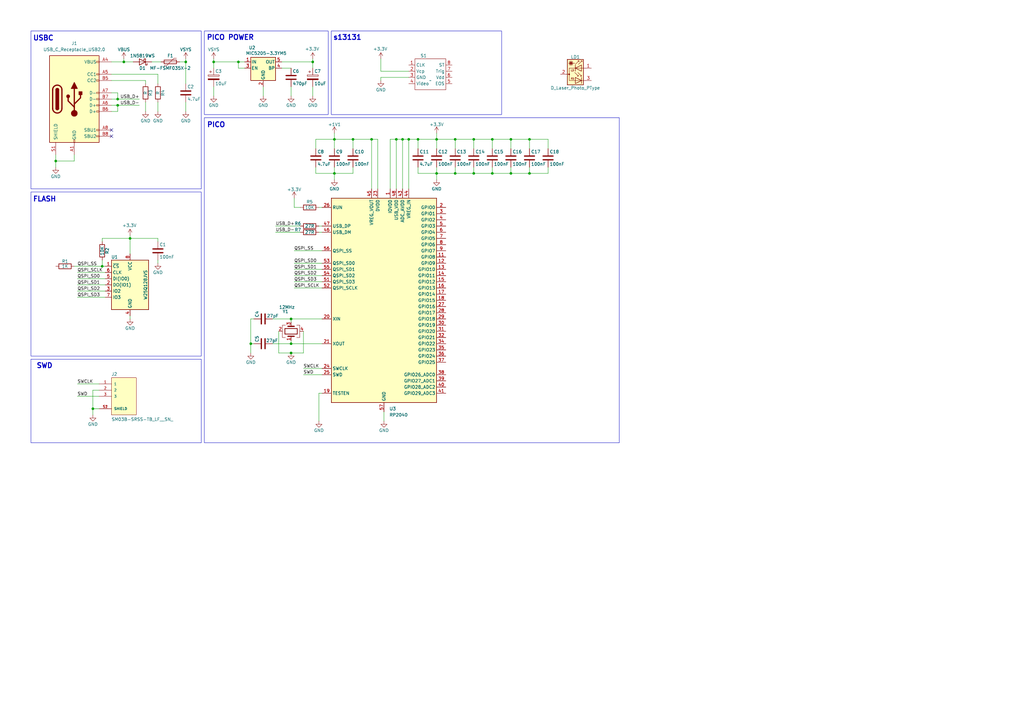
<source format=kicad_sch>
(kicad_sch (version 20230819) (generator eeschema)
  (paper "A3")
  (lib_symbols
    (symbol "FWS:+1V1" (power) (pin_names (offset 0))
      (property "Value" "+1V1" (at 0 3.556 0))
      (symbol "+1V1_0_1"
        (polyline (pts (xy -0.762 1.27) (xy 0 2.54)))
        (polyline (pts (xy 0 0) (xy 0 2.54)))
        (polyline (pts (xy 0 2.54) (xy 0.762 1.27)))
      )
      (symbol "+1V1_1_1"
        (pin power_in line (at 0 0 90) (length 0) hide (name "+1V1") (number "1"))
      )
    )
    (symbol "FWS:+3.3V" (power) (pin_names (offset 0))
      (property "Value" "+3.3V" (at 0 3.556 0))
      (symbol "+3.3V_0_1"
        (polyline (pts (xy -0.762 1.27) (xy 0 2.54)))
        (polyline (pts (xy 0 0) (xy 0 2.54)))
        (polyline (pts (xy 0 2.54) (xy 0.762 1.27)))
      )
      (symbol "+3.3V_1_1"
        (pin power_in line (at 0 0 90) (length 0) hide (name "+3.3V") (number "1"))
      )
    )
    (symbol "FWS:1N5819WS" (pin_numbers hide) (pin_names (offset 1.016) hide)
      (property "Reference" "D" (at 0 2.54 0))
      (property "Value" "1N5819WS" (at 0 -2.54 0))
      (symbol "1N5819WS_0_1"
        (polyline (pts (xy 1.27 0) (xy -1.27 0)))
        (polyline (pts (xy 1.27 1.27) (xy 1.27 -1.27) (xy -1.27 0) (xy 1.27 1.27)) (stroke (width 0.254)))
        (polyline (pts (xy -1.905 0.635) (xy -1.905 1.27) (xy -1.27 1.27) (xy -1.27 -1.27) (xy -0.635 -1.27) (xy -0.635 -0.635)) (stroke (width 0.254)))
      )
      (symbol "1N5819WS_1_1"
        (pin passive line (at -3.81 0 0) (length 2.54) (name "K") (number "1"))
        (pin passive line (at 3.81 0 180) (length 2.54) (name "A") (number "2"))
      )
    )
    (symbol "FWS:C" (pin_numbers hide) (pin_names (offset 0.254))
      (property "Reference" "C" (at 0.635 2.54 0))
      (property "Value" "C" (at 0.635 -2.54 0))
      (symbol "C_0_1"
        (polyline (pts (xy -2.032 -0.762) (xy 2.032 -0.762)) (stroke (width 0.508)))
        (polyline (pts (xy -2.032 0.762) (xy 2.032 0.762)) (stroke (width 0.508)))
      )
      (symbol "C_1_1"
        (pin passive line (at 0 3.81 270) (length 2.794) (name "~") (number "1"))
        (pin passive line (at 0 -3.81 90) (length 2.794) (name "~") (number "2"))
      )
    )
    (symbol "FWS:C_Polarized" (pin_numbers hide) (pin_names (offset 0.254))
      (property "Reference" "C" (at 0.635 2.54 0))
      (property "Value" "C_Polarized" (at 0.635 -2.54 0))
      (symbol "C_Polarized_0_1"
        (rectangle (start -2.286 0.508) (end 2.286 1.016))
        (polyline (pts (xy -1.778 2.286) (xy -0.762 2.286)))
        (polyline (pts (xy -1.27 2.794) (xy -1.27 1.778)))
        (rectangle (start 2.286 -0.508) (end -2.286 -1.016) (fill (type outline)))
      )
      (symbol "C_Polarized_1_1"
        (pin passive line (at 0 3.81 270) (length 2.794) (name "~") (number "1"))
        (pin passive line (at 0 -3.81 90) (length 2.794) (name "~") (number "2"))
      )
    )
    (symbol "FWS:Crystal_GND24" (pin_names (offset 1.016) hide)
      (property "Reference" "Y" (at 3.175 5.08 0))
      (property "Value" "Crystal_GND24" (at 3.175 3.175 0))
      (symbol "Crystal_GND24_0_1"
        (rectangle (start -1.143 2.54) (end 1.143 -2.54) (stroke (width 0.3048)))
        (polyline (pts (xy -2.54 0) (xy -2.032 0)))
        (polyline (pts (xy -2.032 -1.27) (xy -2.032 1.27)) (stroke (width 0.508)))
        (polyline (pts (xy 0 -3.81) (xy 0 -3.556)))
        (polyline (pts (xy 0 3.556) (xy 0 3.81)))
        (polyline (pts (xy 2.032 -1.27) (xy 2.032 1.27)) (stroke (width 0.508)))
        (polyline (pts (xy 2.032 0) (xy 2.54 0)))
        (polyline (pts (xy -2.54 -2.286) (xy -2.54 -3.556) (xy 2.54 -3.556) (xy 2.54 -2.286)))
        (polyline (pts (xy -2.54 2.286) (xy -2.54 3.556) (xy 2.54 3.556) (xy 2.54 2.286)))
      )
      (symbol "Crystal_GND24_1_1"
        (pin passive line (at -3.81 0 0) (length 1.27) (name "1") (number "1"))
        (pin passive line (at 0 5.08 270) (length 1.27) (name "2") (number "2"))
        (pin passive line (at 3.81 0 180) (length 1.27) (name "3") (number "3"))
        (pin passive line (at 0 -5.08 90) (length 1.27) (name "4") (number "4"))
      )
    )
    (symbol "FWS:D_Laser_Photo_PType" (pin_names hide)
      (property "Reference" "LD" (at 1.016 7.112 0))
      (property "Value" "D_Laser_Photo_PType" (at 1.016 -5.588 0))
      (symbol "D_Laser_Photo_PType_0_1"
        (circle (center -1.524 0) (radius 0.254) (fill (type outline)))
        (arc (start -0.508 -1.778) (mid -0.3302 -1.6002) (end -0.508 -1.397))
        (arc (start 0 -2.159) (mid 0.3794 -1.778) (end 0 -1.397))
        (polyline (pts (xy -2.54 0) (xy -1.524 0)))
        (polyline (pts (xy -1.524 3.81) (xy 0 5.334)))
        (polyline (pts (xy -1.524 4.318) (xy 0 4.826)))
        (polyline (pts (xy -1.524 4.826) (xy 0 4.318)))
        (polyline (pts (xy -1.524 5.334) (xy 0 3.81)))
        (polyline (pts (xy -1.016 5.334) (xy -0.508 3.81)))
        (polyline (pts (xy -0.762 4.572) (xy -0.762 3.556)))
        (polyline (pts (xy -0.762 4.572) (xy -0.762 5.588)))
        (polyline (pts (xy -0.635 -1.397) (xy -0.635 -2.159)))
        (polyline (pts (xy -0.508 5.334) (xy -1.016 3.81)))
        (polyline (pts (xy 0 -1.397) (xy 0 -2.159)))
        (polyline (pts (xy 0 2.032) (xy 0 1.27)))
        (polyline (pts (xy 0.762 4.572) (xy -1.778 4.572)))
        (polyline (pts (xy 1.016 3.81) (xy 1.016 1.27)) (stroke (width 0.2032)))
        (polyline (pts (xy 3.556 -1.27) (xy 3.556 -3.81)) (stroke (width 0.2032)))
        (polyline (pts (xy 3.556 -0.762) (xy 3.048 -0.762)))
        (polyline (pts (xy 3.81 5.588) (xy 3.302 5.588)))
        (polyline (pts (xy -0.635 2.032) (xy -0.635 1.27) (xy -0.254 1.27)))
        (polyline (pts (xy 2.032 0.762) (xy 3.556 -0.762) (xy 3.556 -0.254)))
        (polyline (pts (xy 2.286 4.064) (xy 3.81 5.588) (xy 3.81 5.08)))
        (polyline (pts (xy 1.016 -1.27) (xy 1.016 -3.81) (xy 3.556 -2.54) (xy 1.016 -1.27)) (stroke (width 0.2032)))
        (polyline (pts (xy 3.556 3.81) (xy 3.556 1.27) (xy 1.016 2.54) (xy 3.556 3.81)) (stroke (width 0.2032)))
        (polyline (pts (xy 5.08 2.54) (xy -1.524 2.54) (xy -1.524 -2.54) (xy 5.08 -2.54)))
        (polyline (pts (xy 0.762 0.762) (xy 2.286 -0.762) (xy 2.286 -0.254) (xy 2.286 -0.762) (xy 1.778 -0.762)))
        (polyline (pts (xy 1.016 4.064) (xy 2.54 5.588) (xy 2.54 5.08) (xy 2.54 5.588) (xy 2.032 5.588)))
        (arc (start 0 1.27) (mid 0.3794 1.651) (end 0 2.032))
        (rectangle (start 4.318 6.096) (end -2.286 -4.318) (stroke (width 0.254)) (fill (type background)))
      )
      (symbol "D_Laser_Photo_PType_1_1"
        (pin passive line (at 7.62 2.54 180) (length 2.54) (name "~") (number "1"))
        (pin passive line (at -5.08 0 0) (length 2.54) (name "~") (number "2"))
        (pin passive line (at 7.62 -2.54 180) (length 2.54) (name "~") (number "3"))
      )
    )
    (symbol "FWS:GND" (power) (pin_names (offset 0))
      (property "Value" "GND" (at 0 -3.81 0))
      (symbol "GND_0_1"
        (polyline (pts (xy 0 0) (xy 0 -1.27) (xy 1.27 -1.27) (xy 0 -2.54) (xy -1.27 -1.27) (xy 0 -1.27)))
      )
      (symbol "GND_1_1"
        (pin power_in line (at 0 0 270) (length 0) hide (name "GND") (number "1"))
      )
    )
    (symbol "FWS:MIC5205-3.3YM5" (pin_names (offset 0.254))
      (property "Reference" "U" (at -3.81 5.715 0))
      (property "Value" "MIC5205-3.3YM5" (at 0 5.715 0))
      (symbol "MIC5205-3.3YM5_0_1"
        (rectangle (start -5.08 4.445) (end 5.08 -5.08) (stroke (width 0.254)) (fill (type background)))
      )
      (symbol "MIC5205-3.3YM5_1_1"
        (pin power_in line (at -7.62 2.54 0) (length 2.54) (name "IN") (number "1"))
        (pin power_in line (at 0 -7.62 90) (length 2.54) (name "GND") (number "2"))
        (pin input line (at -7.62 0 0) (length 2.54) (name "EN") (number "3"))
        (pin input line (at 7.62 0 180) (length 2.54) (name "BP") (number "4"))
        (pin power_out line (at 7.62 2.54 180) (length 2.54) (name "OUT") (number "5"))
      )
    )
    (symbol "FWS:Polyfuse" (pin_numbers hide) (pin_names (offset 0))
      (property "Reference" "F" (at -2.54 0 90))
      (property "Value" "Polyfuse" (at 2.54 0 90))
      (symbol "Polyfuse_0_1"
        (rectangle (start -0.762 2.54) (end 0.762 -2.54) (stroke (width 0.254)))
        (polyline (pts (xy 0 2.54) (xy 0 -2.54)))
        (polyline (pts (xy -1.524 2.54) (xy -1.524 1.524) (xy 1.524 -1.524) (xy 1.524 -2.54)))
      )
      (symbol "Polyfuse_1_1"
        (pin passive line (at 0 3.81 270) (length 1.27) (name "~") (number "1"))
        (pin passive line (at 0 -3.81 90) (length 1.27) (name "~") (number "2"))
      )
    )
    (symbol "FWS:R" (pin_numbers hide) (pin_names (offset 0))
      (property "Reference" "R" (at 2.032 0 90))
      (property "Value" "R" (at 0 0 90))
      (symbol "R_0_1"
        (rectangle (start -1.016 -2.54) (end 1.016 2.54) (stroke (width 0.254)))
      )
      (symbol "R_1_1"
        (pin passive line (at 0 3.81 270) (length 1.27) (name "~") (number "1"))
        (pin passive line (at 0 -3.81 90) (length 1.27) (name "~") (number "2"))
      )
    )
    (symbol "FWS:RP2040"
      (property "Reference" "U" (at 17.78 45.72 0))
      (property "Value" "RP2040" (at 17.78 43.18 0))
      (symbol "RP2040_0_1"
        (rectangle (start -21.59 41.91) (end 21.59 -41.91) (stroke (width 0.254)) (fill (type background)))
      )
      (symbol "RP2040_1_1"
        (pin power_in line (at 2.54 45.72 270) (length 3.81) (name "IOVDD") (number "1"))
        (pin passive line (at 2.54 45.72 270) (length 3.81) hide (name "IOVDD") (number "10"))
        (pin bidirectional line (at 25.4 17.78 180) (length 3.81) (name "GPIO8") (number "11"))
        (pin bidirectional line (at 25.4 15.24 180) (length 3.81) (name "GPIO9") (number "12"))
        (pin bidirectional line (at 25.4 12.7 180) (length 3.81) (name "GPIO10") (number "13"))
        (pin bidirectional line (at 25.4 10.16 180) (length 3.81) (name "GPIO11") (number "14"))
        (pin bidirectional line (at 25.4 7.62 180) (length 3.81) (name "GPIO12") (number "15"))
        (pin bidirectional line (at 25.4 5.08 180) (length 3.81) (name "GPIO13") (number "16"))
        (pin bidirectional line (at 25.4 2.54 180) (length 3.81) (name "GPIO14") (number "17"))
        (pin bidirectional line (at 25.4 0 180) (length 3.81) (name "GPIO15") (number "18"))
        (pin input line (at -25.4 -38.1 0) (length 3.81) (name "TESTEN") (number "19"))
        (pin bidirectional line (at 25.4 38.1 180) (length 3.81) (name "GPIO0") (number "2"))
        (pin input line (at -25.4 -7.62 0) (length 3.81) (name "XIN") (number "20"))
        (pin passive line (at -25.4 -17.78 0) (length 3.81) (name "XOUT") (number "21"))
        (pin passive line (at 2.54 45.72 270) (length 3.81) hide (name "IOVDD") (number "22"))
        (pin power_in line (at -2.54 45.72 270) (length 3.81) (name "DVDD") (number "23"))
        (pin input line (at -25.4 -27.94 0) (length 3.81) (name "SWCLK") (number "24"))
        (pin bidirectional line (at -25.4 -30.48 0) (length 3.81) (name "SWD") (number "25"))
        (pin input line (at -25.4 38.1 0) (length 3.81) (name "RUN") (number "26"))
        (pin bidirectional line (at 25.4 -2.54 180) (length 3.81) (name "GPIO16") (number "27"))
        (pin bidirectional line (at 25.4 -5.08 180) (length 3.81) (name "GPIO17") (number "28"))
        (pin bidirectional line (at 25.4 -7.62 180) (length 3.81) (name "GPIO18") (number "29"))
        (pin bidirectional line (at 25.4 35.56 180) (length 3.81) (name "GPIO1") (number "3"))
        (pin bidirectional line (at 25.4 -10.16 180) (length 3.81) (name "GPIO19") (number "30"))
        (pin bidirectional line (at 25.4 -12.7 180) (length 3.81) (name "GPIO20") (number "31"))
        (pin bidirectional line (at 25.4 -15.24 180) (length 3.81) (name "GPIO21") (number "32"))
        (pin passive line (at 2.54 45.72 270) (length 3.81) hide (name "IOVDD") (number "33"))
        (pin bidirectional line (at 25.4 -17.78 180) (length 3.81) (name "GPIO22") (number "34"))
        (pin bidirectional line (at 25.4 -20.32 180) (length 3.81) (name "GPIO23") (number "35"))
        (pin bidirectional line (at 25.4 -22.86 180) (length 3.81) (name "GPIO24") (number "36"))
        (pin bidirectional line (at 25.4 -25.4 180) (length 3.81) (name "GPIO25") (number "37"))
        (pin bidirectional line (at 25.4 -30.48 180) (length 3.81) (name "GPIO26_ADC0") (number "38"))
        (pin bidirectional line (at 25.4 -33.02 180) (length 3.81) (name "GPIO27_ADC1") (number "39"))
        (pin bidirectional line (at 25.4 33.02 180) (length 3.81) (name "GPIO2") (number "4"))
        (pin bidirectional line (at 25.4 -35.56 180) (length 3.81) (name "GPIO28_ADC2") (number "40"))
        (pin bidirectional line (at 25.4 -38.1 180) (length 3.81) (name "GPIO29_ADC3") (number "41"))
        (pin passive line (at 2.54 45.72 270) (length 3.81) hide (name "IOVDD") (number "42"))
        (pin power_in line (at 7.62 45.72 270) (length 3.81) (name "ADC_AVDD") (number "43"))
        (pin power_in line (at 10.16 45.72 270) (length 3.81) (name "VREG_IN") (number "44"))
        (pin power_out line (at -5.08 45.72 270) (length 3.81) (name "VREG_VOUT") (number "45"))
        (pin bidirectional line (at -25.4 27.94 0) (length 3.81) (name "USB_DM") (number "46"))
        (pin bidirectional line (at -25.4 30.48 0) (length 3.81) (name "USB_DP") (number "47"))
        (pin power_in line (at 5.08 45.72 270) (length 3.81) (name "USB_VDD") (number "48"))
        (pin passive line (at 2.54 45.72 270) (length 3.81) hide (name "IOVDD") (number "49"))
        (pin bidirectional line (at 25.4 30.48 180) (length 3.81) (name "GPIO3") (number "5"))
        (pin passive line (at -2.54 45.72 270) (length 3.81) hide (name "DVDD") (number "50"))
        (pin bidirectional line (at -25.4 7.62 0) (length 3.81) (name "QSPI_SD3") (number "51"))
        (pin output line (at -25.4 5.08 0) (length 3.81) (name "QSPI_SCLK") (number "52"))
        (pin bidirectional line (at -25.4 15.24 0) (length 3.81) (name "QSPI_SD0") (number "53"))
        (pin bidirectional line (at -25.4 10.16 0) (length 3.81) (name "QSPI_SD2") (number "54"))
        (pin bidirectional line (at -25.4 12.7 0) (length 3.81) (name "QSPI_SD1") (number "55"))
        (pin bidirectional line (at -25.4 20.32 0) (length 3.81) (name "QSPI_SS") (number "56"))
        (pin power_in line (at 0 -45.72 90) (length 3.81) (name "GND") (number "57"))
        (pin bidirectional line (at 25.4 27.94 180) (length 3.81) (name "GPIO4") (number "6"))
        (pin bidirectional line (at 25.4 25.4 180) (length 3.81) (name "GPIO5") (number "7"))
        (pin bidirectional line (at 25.4 22.86 180) (length 3.81) (name "GPIO6") (number "8"))
        (pin bidirectional line (at 25.4 20.32 180) (length 3.81) (name "GPIO7") (number "9"))
      )
    )
    (symbol "FWS:S13131"
      (property "Reference" "S13131" (at -2.794 7.62 0))
      (symbol "S13131_0_1"
        (rectangle (start -6.35 6.35) (end 6.35 -6.35))
      )
      (symbol "S13131_1_1"
        (pin input line (at -8.89 3.81 0) (length 2.54) (name "CLK") (number "1"))
        (pin power_out line (at -8.89 1.27 0) (length 2.54) (name "Vcp") (number "2"))
        (pin power_in line (at -8.89 -1.27 0) (length 2.54) (name "GND") (number "3"))
        (pin output line (at -8.89 -3.81 0) (length 2.54) (name "Video") (number "4"))
        (pin output line (at 8.89 -3.81 180) (length 2.54) (name "EOS") (number "5"))
        (pin power_in line (at 8.89 -1.27 180) (length 2.54) (name "Vdd") (number "6"))
        (pin output line (at 8.89 1.27 180) (length 2.54) (name "Trig") (number "7"))
        (pin input line (at 8.89 3.81 180) (length 2.54) (name "ST") (number "8"))
      )
    )
    (symbol "FWS:SM03B-SRSS-TB_LF__SN_" (pin_names (offset 1.016))
      (property "Reference" "J" (at -5.08 8.382 0))
      (property "Value" "SM03B-SRSS-TB_LF__SN_" (at -5.08 -10.16 0))
      (symbol "SM03B-SRSS-TB_LF__SN__0_0"
        (rectangle (start -5.08 -7.62) (end 5.08 7.62) (stroke (width 0.1524)) (fill (type background)))
        (pin passive line (at -10.16 5.08 0) (length 5.08) (name "1") (number "1"))
        (pin passive line (at -10.16 2.54 0) (length 5.08) (name "2") (number "2"))
        (pin passive line (at -10.16 0 0) (length 5.08) (name "3") (number "3"))
        (pin passive line (at -10.16 -5.08 0) (length 5.08) (name "SHIELD") (number "S1"))
        (pin passive line (at -10.16 -5.08 0) (length 5.08) (name "SHIELD") (number "S2"))
      )
    )
    (symbol "FWS:USB_C_Receptacle_USB2.0" (pin_names (offset 1.016))
      (property "Reference" "J" (at -10.16 19.05 0))
      (property "Value" "USB_C_Receptacle_USB2.0" (at 19.05 19.05 0))
      (symbol "USB_C_Receptacle_USB2.0_0_0"
        (rectangle (start -0.254 -17.78) (end 0.254 -16.764))
        (rectangle (start 10.16 -14.986) (end 9.144 -15.494))
        (rectangle (start 10.16 -12.446) (end 9.144 -12.954))
        (rectangle (start 10.16 -4.826) (end 9.144 -5.334))
        (rectangle (start 10.16 -2.286) (end 9.144 -2.794))
        (rectangle (start 10.16 0.254) (end 9.144 -0.254))
        (rectangle (start 10.16 2.794) (end 9.144 2.286))
        (rectangle (start 10.16 7.874) (end 9.144 7.366))
        (rectangle (start 10.16 10.414) (end 9.144 9.906))
        (rectangle (start 10.16 15.494) (end 9.144 14.986))
      )
      (symbol "USB_C_Receptacle_USB2.0_0_1"
        (rectangle (start -10.16 17.78) (end 10.16 -17.78) (stroke (width 0.254)) (fill (type background)))
        (arc (start -8.89 -3.81) (mid -6.985 -5.7067) (end -5.08 -3.81) (stroke (width 0.508)))
        (arc (start -7.62 -3.81) (mid -6.985 -4.4423) (end -6.35 -3.81) (stroke (width 0.254)))
        (arc (start -7.62 -3.81) (mid -6.985 -4.4423) (end -6.35 -3.81) (stroke (width 0.254)) (fill (type outline)))
        (rectangle (start -7.62 -3.81) (end -6.35 3.81) (stroke (width 0.254)) (fill (type outline)))
        (arc (start -6.35 3.81) (mid -6.985 4.4423) (end -7.62 3.81) (stroke (width 0.254)))
        (arc (start -6.35 3.81) (mid -6.985 4.4423) (end -7.62 3.81) (stroke (width 0.254)) (fill (type outline)))
        (arc (start -5.08 3.81) (mid -6.985 5.7067) (end -8.89 3.81) (stroke (width 0.508)))
        (circle (center -2.54 1.143) (radius 0.635) (stroke (width 0.254)) (fill (type outline)))
        (circle (center 0 -5.842) (radius 1.27) (fill (type outline)))
        (polyline (pts (xy -8.89 -3.81) (xy -8.89 3.81)) (stroke (width 0.508)))
        (polyline (pts (xy -5.08 3.81) (xy -5.08 -3.81)) (stroke (width 0.508)))
        (polyline (pts (xy 0 -5.842) (xy 0 4.318)) (stroke (width 0.508)))
        (polyline (pts (xy 0 -3.302) (xy -2.54 -0.762) (xy -2.54 0.508)) (stroke (width 0.508)))
        (polyline (pts (xy 0 -2.032) (xy 2.54 0.508) (xy 2.54 1.778)) (stroke (width 0.508)))
        (polyline (pts (xy -1.27 4.318) (xy 0 6.858) (xy 1.27 4.318) (xy -1.27 4.318)) (stroke (width 0.254)) (fill (type outline)))
        (rectangle (start 1.905 1.778) (end 3.175 3.048) (stroke (width 0.254)) (fill (type outline)))
      )
      (symbol "USB_C_Receptacle_USB2.0_1_1"
        (pin passive line (at 0 -22.86 90) (length 5.08) (name "GND") (number "A1"))
        (pin passive line (at 0 -22.86 90) (length 5.08) hide (name "GND") (number "A12"))
        (pin passive line (at 15.24 15.24 180) (length 5.08) (name "VBUS") (number "A4"))
        (pin bidirectional line (at 15.24 10.16 180) (length 5.08) (name "CC1") (number "A5"))
        (pin bidirectional line (at 15.24 -2.54 180) (length 5.08) (name "D+") (number "A6"))
        (pin bidirectional line (at 15.24 2.54 180) (length 5.08) (name "D-") (number "A7"))
        (pin bidirectional line (at 15.24 -12.7 180) (length 5.08) (name "SBU1") (number "A8"))
        (pin passive line (at 15.24 15.24 180) (length 5.08) hide (name "VBUS") (number "A9"))
        (pin passive line (at 0 -22.86 90) (length 5.08) hide (name "GND") (number "B1"))
        (pin passive line (at 0 -22.86 90) (length 5.08) hide (name "GND") (number "B12"))
        (pin passive line (at 15.24 15.24 180) (length 5.08) hide (name "VBUS") (number "B4"))
        (pin bidirectional line (at 15.24 7.62 180) (length 5.08) (name "CC2") (number "B5"))
        (pin bidirectional line (at 15.24 -5.08 180) (length 5.08) (name "D+") (number "B6"))
        (pin bidirectional line (at 15.24 0 180) (length 5.08) (name "D-") (number "B7"))
        (pin bidirectional line (at 15.24 -15.24 180) (length 5.08) (name "SBU2") (number "B8"))
        (pin passive line (at 15.24 15.24 180) (length 5.08) hide (name "VBUS") (number "B9"))
        (pin passive line (at -7.62 -22.86 90) (length 5.08) (name "SHIELD") (number "S1"))
      )
    )
    (symbol "FWS:VBUS" (power) (pin_names (offset 0))
      (property "Value" "VBUS" (at 0 3.81 0))
      (symbol "VBUS_0_1"
        (polyline (pts (xy -0.762 1.27) (xy 0 2.54)))
        (polyline (pts (xy 0 0) (xy 0 2.54)))
        (polyline (pts (xy 0 2.54) (xy 0.762 1.27)))
      )
      (symbol "VBUS_1_1"
        (pin power_in line (at 0 0 90) (length 0) hide (name "VBUS") (number "1"))
      )
    )
    (symbol "FWS:VSYS" (power) (pin_names (offset 0))
      (property "Value" "VSYS" (at 0 3.81 0))
      (symbol "VSYS_0_1"
        (polyline (pts (xy -0.762 1.27) (xy 0 2.54)))
        (polyline (pts (xy 0 0) (xy 0 2.54)))
        (polyline (pts (xy 0 2.54) (xy 0.762 1.27)))
      )
      (symbol "VSYS_1_1"
        (pin power_in line (at 0 0 90) (length 0) hide (name "VBUS") (number "1"))
      )
    )
    (symbol "FWS:W25Q128JVS"
      (property "Reference" "U" (at -8.89 8.89 0))
      (property "Value" "W25Q128JVS" (at 7.62 8.89 0))
      (symbol "W25Q128JVS_0_1"
        (rectangle (start -7.62 10.16) (end 7.62 -10.16) (stroke (width 0.254)) (fill (type background)))
      )
      (symbol "W25Q128JVS_1_1"
        (pin input line (at -10.16 7.62 0) (length 2.54) (name "~{CS}") (number "1"))
        (pin bidirectional line (at -10.16 0 0) (length 2.54) (name "DO(IO1)") (number "2"))
        (pin bidirectional line (at -10.16 -2.54 0) (length 2.54) (name "IO2") (number "3"))
        (pin power_in line (at 0 -12.7 90) (length 2.54) (name "GND") (number "4"))
        (pin bidirectional line (at -10.16 2.54 0) (length 2.54) (name "DI(IO0)") (number "5"))
        (pin input line (at -10.16 5.08 0) (length 2.54) (name "CLK") (number "6"))
        (pin bidirectional line (at -10.16 -5.08 0) (length 2.54) (name "IO3") (number "7"))
        (pin power_in line (at 0 12.7 270) (length 2.54) (name "VCC") (number "8"))
      )
    )
  )
  (junction (at 144.78 57.15))
  (junction (at 167.64 57.15))
  (junction (at 53.34 97.79))
  (junction (at 41.91 109.22))
  (junction (at 201.93 71.12))
  (junction (at 137.16 57.15))
  (junction (at 22.86 66.04))
  (junction (at 171.45 57.15))
  (junction (at 179.07 57.15))
  (junction (at 165.1 57.15))
  (junction (at 137.16 71.12))
  (junction (at 119.38 130.81))
  (junction (at 48.26 43.18))
  (junction (at 194.31 57.15))
  (junction (at 201.93 57.15))
  (junction (at 76.2 25.4))
  (junction (at 209.55 71.12))
  (junction (at 152.4 57.15))
  (junction (at 38.1 167.64))
  (junction (at 87.63 25.4))
  (junction (at 97.79 25.4))
  (junction (at 217.17 71.12))
  (junction (at 194.31 71.12))
  (junction (at 186.69 71.12))
  (junction (at 119.38 144.78))
  (junction (at 209.55 57.15))
  (junction (at 162.56 57.15))
  (junction (at 48.26 40.64))
  (junction (at 128.27 25.4))
  (junction (at 186.69 57.15))
  (junction (at 179.07 71.12))
  (junction (at 50.8 25.4))
  (junction (at 217.17 57.15))
  (junction (at 119.38 140.97))
  (junction (at 102.87 140.97))
  (no_connect (at 45.72 55.88))
  (no_connect (at 45.72 53.34))
  (wire (pts (xy 171.45 71.12) (xy 179.07 71.12)))
  (wire (pts (xy 64.77 30.48) (xy 45.72 30.48)))
  (wire (pts (xy 48.26 38.1) (xy 48.26 40.64)))
  (wire (pts (xy 167.64 77.47) (xy 167.64 57.15)))
  (wire (pts (xy 64.77 34.29) (xy 64.77 30.48)))
  (wire (pts (xy 186.69 57.15) (xy 194.31 57.15)))
  (wire (pts (xy 167.64 57.15) (xy 171.45 57.15)))
  (wire (pts (xy 45.72 43.18) (xy 48.26 43.18)))
  (wire (pts (xy 59.69 33.02) (xy 59.69 34.29)))
  (wire (pts (xy 194.31 68.58) (xy 194.31 71.12)))
  (wire (pts (xy 217.17 71.12) (xy 224.79 71.12)))
  (wire (pts (xy 128.27 35.56) (xy 128.27 39.37)))
  (wire (pts (xy 144.78 57.15) (xy 152.4 57.15)))
  (wire (pts (xy 114.3 144.78) (xy 119.38 144.78)))
  (wire (pts (xy 102.87 140.97) (xy 102.87 144.78)))
  (wire (pts (xy 124.46 153.67) (xy 132.08 153.67)))
  (wire (pts (xy 107.95 35.56) (xy 107.95 39.37)))
  (wire (pts (xy 64.77 97.79) (xy 53.34 97.79)))
  (wire (pts (xy 30.48 109.22) (xy 41.91 109.22)))
  (wire (pts (xy 137.16 71.12) (xy 137.16 73.66)))
  (wire (pts (xy 119.38 35.56) (xy 119.38 39.37)))
  (wire (pts (xy 132.08 130.81) (xy 119.38 130.81)))
  (wire (pts (xy 179.07 68.58) (xy 179.07 71.12)))
  (wire (pts (xy 120.65 81.28) (xy 120.65 85.09)))
  (wire (pts (xy 128.27 24.13) (xy 128.27 25.4)))
  (wire (pts (xy 115.57 25.4) (xy 128.27 25.4)))
  (wire (pts (xy 113.03 92.71) (xy 123.19 92.71)))
  (wire (pts (xy 144.78 57.15) (xy 144.78 60.96)))
  (wire (pts (xy 102.87 130.81) (xy 102.87 140.97)))
  (wire (pts (xy 120.65 107.95) (xy 132.08 107.95)))
  (wire (pts (xy 119.38 130.81) (xy 119.38 132.08)))
  (wire (pts (xy 201.93 68.58) (xy 201.93 71.12)))
  (wire (pts (xy 129.54 71.12) (xy 137.16 71.12)))
  (wire (pts (xy 31.75 121.92) (xy 43.18 121.92)))
  (wire (pts (xy 179.07 71.12) (xy 179.07 73.66)))
  (wire (pts (xy 128.27 25.4) (xy 128.27 27.94)))
  (wire (pts (xy 179.07 71.12) (xy 186.69 71.12)))
  (wire (pts (xy 41.91 109.22) (xy 43.18 109.22)))
  (wire (pts (xy 194.31 71.12) (xy 201.93 71.12)))
  (wire (pts (xy 113.03 95.25) (xy 123.19 95.25)))
  (wire (pts (xy 201.93 57.15) (xy 209.55 57.15)))
  (wire (pts (xy 114.3 135.89) (xy 114.3 144.78)))
  (wire (pts (xy 64.77 106.68) (xy 64.77 107.95)))
  (wire (pts (xy 120.65 102.87) (xy 132.08 102.87)))
  (wire (pts (xy 165.1 57.15) (xy 162.56 57.15)))
  (wire (pts (xy 130.81 161.29) (xy 132.08 161.29)))
  (wire (pts (xy 73.66 25.4) (xy 76.2 25.4)))
  (wire (pts (xy 76.2 41.91) (xy 76.2 45.72)))
  (wire (pts (xy 38.1 160.02) (xy 38.1 167.64)))
  (wire (pts (xy 30.48 66.04) (xy 22.86 66.04)))
  (wire (pts (xy 224.79 57.15) (xy 224.79 60.96)))
  (wire (pts (xy 111.76 140.97) (xy 119.38 140.97)))
  (wire (pts (xy 120.65 118.11) (xy 132.08 118.11)))
  (wire (pts (xy 156.21 31.75) (xy 167.64 31.75)))
  (wire (pts (xy 217.17 68.58) (xy 217.17 71.12)))
  (wire (pts (xy 186.69 68.58) (xy 186.69 71.12)))
  (wire (pts (xy 201.93 71.12) (xy 209.55 71.12)))
  (wire (pts (xy 59.69 41.91) (xy 59.69 45.72)))
  (wire (pts (xy 45.72 38.1) (xy 48.26 38.1)))
  (wire (pts (xy 154.94 77.47) (xy 154.94 57.15)))
  (wire (pts (xy 31.75 162.56) (xy 40.64 162.56)))
  (wire (pts (xy 156.21 24.13) (xy 156.21 29.21)))
  (wire (pts (xy 120.65 85.09) (xy 123.19 85.09)))
  (wire (pts (xy 50.8 24.13) (xy 50.8 25.4)))
  (wire (pts (xy 31.75 116.84) (xy 43.18 116.84)))
  (wire (pts (xy 120.65 115.57) (xy 132.08 115.57)))
  (wire (pts (xy 38.1 167.64) (xy 38.1 170.18)))
  (wire (pts (xy 119.38 144.78) (xy 124.46 144.78)))
  (wire (pts (xy 179.07 54.61) (xy 179.07 57.15)))
  (wire (pts (xy 160.02 57.15) (xy 160.02 77.47)))
  (wire (pts (xy 104.14 130.81) (xy 102.87 130.81)))
  (wire (pts (xy 87.63 35.56) (xy 87.63 39.37)))
  (wire (pts (xy 124.46 151.13) (xy 132.08 151.13)))
  (wire (pts (xy 45.72 25.4) (xy 50.8 25.4)))
  (wire (pts (xy 129.54 68.58) (xy 129.54 71.12)))
  (wire (pts (xy 171.45 68.58) (xy 171.45 71.12)))
  (wire (pts (xy 31.75 119.38) (xy 43.18 119.38)))
  (wire (pts (xy 76.2 25.4) (xy 76.2 24.13)))
  (wire (pts (xy 87.63 25.4) (xy 97.79 25.4)))
  (wire (pts (xy 62.23 25.4) (xy 66.04 25.4)))
  (wire (pts (xy 64.77 99.06) (xy 64.77 97.79)))
  (wire (pts (xy 137.16 68.58) (xy 137.16 71.12)))
  (wire (pts (xy 22.86 63.5) (xy 22.86 66.04)))
  (wire (pts (xy 120.65 113.03) (xy 132.08 113.03)))
  (wire (pts (xy 130.81 92.71) (xy 132.08 92.71)))
  (wire (pts (xy 48.26 40.64) (xy 45.72 40.64)))
  (wire (pts (xy 31.75 157.48) (xy 40.64 157.48)))
  (wire (pts (xy 41.91 106.68) (xy 41.91 109.22)))
  (wire (pts (xy 129.54 60.96) (xy 129.54 57.15)))
  (wire (pts (xy 209.55 71.12) (xy 217.17 71.12)))
  (wire (pts (xy 130.81 161.29) (xy 130.81 172.72)))
  (wire (pts (xy 129.54 57.15) (xy 137.16 57.15)))
  (wire (pts (xy 76.2 25.4) (xy 76.2 34.29)))
  (wire (pts (xy 45.72 33.02) (xy 59.69 33.02)))
  (wire (pts (xy 209.55 57.15) (xy 209.55 60.96)))
  (wire (pts (xy 156.21 33.02) (xy 156.21 31.75)))
  (wire (pts (xy 38.1 167.64) (xy 40.64 167.64)))
  (wire (pts (xy 137.16 57.15) (xy 137.16 60.96)))
  (wire (pts (xy 186.69 57.15) (xy 186.69 60.96)))
  (wire (pts (xy 130.81 95.25) (xy 132.08 95.25)))
  (wire (pts (xy 31.75 114.3) (xy 43.18 114.3)))
  (wire (pts (xy 41.91 97.79) (xy 41.91 99.06)))
  (wire (pts (xy 53.34 97.79) (xy 53.34 104.14)))
  (wire (pts (xy 41.91 97.79) (xy 53.34 97.79)))
  (wire (pts (xy 53.34 129.54) (xy 53.34 130.81)))
  (wire (pts (xy 144.78 68.58) (xy 144.78 71.12)))
  (wire (pts (xy 48.26 40.64) (xy 57.15 40.64)))
  (wire (pts (xy 217.17 57.15) (xy 224.79 57.15)))
  (wire (pts (xy 40.64 160.02) (xy 38.1 160.02)))
  (wire (pts (xy 87.63 25.4) (xy 87.63 27.94)))
  (wire (pts (xy 186.69 71.12) (xy 194.31 71.12)))
  (wire (pts (xy 64.77 41.91) (xy 64.77 45.72)))
  (wire (pts (xy 209.55 57.15) (xy 217.17 57.15)))
  (wire (pts (xy 119.38 140.97) (xy 119.38 139.7)))
  (wire (pts (xy 48.26 43.18) (xy 48.26 45.72)))
  (wire (pts (xy 162.56 77.47) (xy 162.56 57.15)))
  (wire (pts (xy 194.31 57.15) (xy 201.93 57.15)))
  (wire (pts (xy 209.55 68.58) (xy 209.55 71.12)))
  (wire (pts (xy 171.45 57.15) (xy 179.07 57.15)))
  (wire (pts (xy 124.46 144.78) (xy 124.46 135.89)))
  (wire (pts (xy 22.86 66.04) (xy 22.86 68.58)))
  (wire (pts (xy 165.1 77.47) (xy 165.1 57.15)))
  (wire (pts (xy 97.79 25.4) (xy 100.33 25.4)))
  (wire (pts (xy 156.21 29.21) (xy 167.64 29.21)))
  (wire (pts (xy 217.17 57.15) (xy 217.17 60.96)))
  (wire (pts (xy 132.08 140.97) (xy 119.38 140.97)))
  (wire (pts (xy 171.45 60.96) (xy 171.45 57.15)))
  (wire (pts (xy 137.16 57.15) (xy 144.78 57.15)))
  (wire (pts (xy 30.48 63.5) (xy 30.48 66.04)))
  (wire (pts (xy 154.94 57.15) (xy 152.4 57.15)))
  (wire (pts (xy 179.07 57.15) (xy 179.07 60.96)))
  (wire (pts (xy 87.63 24.13) (xy 87.63 25.4)))
  (wire (pts (xy 48.26 43.18) (xy 57.15 43.18)))
  (wire (pts (xy 50.8 25.4) (xy 54.61 25.4)))
  (wire (pts (xy 97.79 27.94) (xy 97.79 25.4)))
  (wire (pts (xy 157.48 168.91) (xy 157.48 172.72)))
  (wire (pts (xy 115.57 27.94) (xy 119.38 27.94)))
  (wire (pts (xy 224.79 68.58) (xy 224.79 71.12)))
  (wire (pts (xy 31.75 111.76) (xy 43.18 111.76)))
  (wire (pts (xy 152.4 57.15) (xy 152.4 77.47)))
  (wire (pts (xy 48.26 45.72) (xy 45.72 45.72)))
  (wire (pts (xy 130.81 85.09) (xy 132.08 85.09)))
  (wire (pts (xy 194.31 57.15) (xy 194.31 60.96)))
  (wire (pts (xy 100.33 27.94) (xy 97.79 27.94)))
  (wire (pts (xy 53.34 96.52) (xy 53.34 97.79)))
  (wire (pts (xy 111.76 130.81) (xy 119.38 130.81)))
  (wire (pts (xy 179.07 57.15) (xy 186.69 57.15)))
  (wire (pts (xy 120.65 110.49) (xy 132.08 110.49)))
  (wire (pts (xy 162.56 57.15) (xy 160.02 57.15)))
  (wire (pts (xy 167.64 57.15) (xy 165.1 57.15)))
  (wire (pts (xy 201.93 57.15) (xy 201.93 60.96)))
  (wire (pts (xy 144.78 71.12) (xy 137.16 71.12)))
  (wire (pts (xy 137.16 54.61) (xy 137.16 57.15)))
  (wire (pts (xy 102.87 140.97) (xy 104.14 140.97)))
  (rectangle (start 12.7 147.32) (end 82.55 181.61))
  (rectangle (start 83.82 12.7) (end 134.62 46.99))
  (rectangle (start 83.82 48.26) (end 254 181.61))
  (rectangle (start 12.7 78.74) (end 82.55 146.05))
  (rectangle (start 135.89 12.7) (end 205.74 46.99))
  (rectangle (start 12.7 12.7) (end 82.55 77.47))
  (text "s13131" (at 142.494 15.494 0) (effects (font (size 2.032 2.032) (thickness 0.4064) bold)))
  (text "FLASH" (at 18.288 81.788 0) (effects (font (size 2.032 2.032) (thickness 0.4064) bold)))
  (text "PICO" (at 88.646 51.308 0) (effects (font (size 2.032 2.032) (thickness 0.4064) bold)))
  (text "PICO POWER" (at 94.488 15.494 0) (effects (font (size 2.032 2.032) (thickness 0.4064) bold)))
  (text "USBC" (at 17.78 15.748 0) (effects (font (size 2.032 2.032) (thickness 0.4064) bold)))
  (text "SWD" (at 18.288 150.114 0) (effects (font (size 2.032 2.032) (thickness 0.4064) bold)))
  (label "QSPI_SD1" (at 31.75 116.84 0))
  (label "QSPI_SD2" (at 120.65 113.03 0))
  (label "QSPI_SD2" (at 31.75 119.38 0))
  (label "USB_D+" (at 57.15 40.64 180))
  (label "SWCLK" (at 31.75 157.48 0))
  (label "USB_D-" (at 57.15 43.18 180))
  (label "SWCLK" (at 124.46 151.13 0))
  (label "QSPI_SD0" (at 31.75 114.3 0))
  (label "SWD" (at 31.75 162.56 0))
  (label "QSPI_SCLK" (at 120.65 118.11 0))
  (label "USB_D-" (at 113.03 95.25 0))
  (label "QSPI_SD3" (at 31.75 121.92 0))
  (label "QSPI_SD3" (at 120.65 115.57 0))
  (label "USB_D+" (at 113.03 92.71 0))
  (label "SWD" (at 124.46 153.67 0))
  (label "QSPI_SCLK" (at 31.75 111.76 0))
  (label "QSPI_SS" (at 31.75 109.22 0))
  (label "QSPI_SD1" (at 120.65 110.49 0))
  (label "QSPI_SS" (at 120.65 102.87 0))
  (label "QSPI_SD0" (at 120.65 107.95 0))
  (symbol (lib_id "FWS:C") (at 119.38 31.75 0) (unit 1)
    (property "Reference" "C6" (at 120.015 29.21 0) (effects (justify left)))
    (property "Value" "470pF" (at 120.015 34.29 0) (effects (justify left)))
    (property "Footprint" "Capacitor_SMD:C_0603_1608Metric_Pad1.08x0.95mm_HandSolder" (effects hide))
    (property "Description" "Unpolarized capacitor" (effects hide))
  )
  (symbol (lib_id "FWS:GND") (at 76.2 45.72 0) (unit 1)
    (property "Reference" "#PWR010" (effects hide))
    (property "Value" "GND" (at 76.2 49.53 0))
    (property "Description" "Power symbol creates a global label with name \"GND\" , ground" (effects hide))
  )
  (symbol (lib_id "FWS:GND") (at 130.81 172.72 0) (unit 1)
    (property "Reference" "#PWR020" (effects hide))
    (property "Value" "GND" (at 130.81 176.53 0))
    (property "Description" "Power symbol creates a global label with name \"GND\" , ground" (effects hide))
  )
  (symbol (lib_id "FWS:C") (at 186.69 64.77 0) (unit 1)
    (property "Reference" "C13" (at 187.325 62.23 0) (effects (justify left)))
    (property "Value" "100nF" (at 187.325 67.31 0) (effects (justify left)))
    (property "Footprint" "Capacitor_SMD:C_0603_1608Metric_Pad1.08x0.95mm_HandSolder" (effects hide))
    (property "Description" "Unpolarized capacitor" (effects hide))
  )
  (symbol (lib_id "FWS:C") (at 129.54 64.77 0) (unit 1)
    (property "Reference" "C8" (at 130.175 62.23 0) (effects (justify left)))
    (property "Value" "4.7uF" (at 130.175 67.31 0) (effects (justify left)))
    (property "Footprint" "Capacitor_SMD:C_0603_1608Metric_Pad1.08x0.95mm_HandSolder" (effects hide))
    (property "Description" "Unpolarized capacitor" (effects hide))
  )
  (symbol (lib_id "FWS:+3.3V") (at 53.34 96.52 0) (unit 1)
    (property "Reference" "#PWR04" (effects hide))
    (property "Value" "+3.3V" (at 53.086 92.456 0))
    (property "Description" "Power symbol creates a global label with name \"+3.3V\"" (effects hide))
  )
  (symbol (lib_id "FWS:C_Polarized") (at 128.27 31.75 0) (unit 1)
    (property "Reference" "C7" (at 128.905 29.21 0) (effects (justify left)))
    (property "Value" "10uF" (at 128.905 34.29 0) (effects (justify left)))
    (property "Footprint" "Capacitor_SMD:C_0603_1608Metric_Pad1.08x0.95mm_HandSolder" (effects hide))
    (property "Description" "Polarized capacitor" (effects hide))
  )
  (symbol (lib_id "FWS:R") (at 127 92.71 270) (unit 1)
    (property "Reference" "R6" (at 122.174 91.694 90))
    (property "Value" "27R" (at 127 92.71 90))
    (property "Footprint" "Capacitor_SMD:C_0603_1608Metric_Pad1.08x0.95mm_HandSolder" (effects hide))
    (property "Description" "Resistor" (effects hide))
  )
  (symbol (lib_id "FWS:+3.3V") (at 179.07 54.61 0) (unit 1)
    (property "Reference" "#PWR024" (effects hide))
    (property "Value" "+3.3V" (at 179.07 51.054 0))
    (property "Description" "Power symbol creates a global label with name \"+3.3V\"" (effects hide))
  )
  (symbol (lib_id "FWS:USB_C_Receptacle_USB2.0") (at 30.48 40.64 0) (unit 1)
    (property "Reference" "J1" (at 30.48 17.78 0))
    (property "Value" "USB_C_Receptacle_USB2.0" (at 30.48 20.32 0))
    (property "Datasheet" "https://www.usb.org/sites/default/files/documents/usb_type-c.zip" (effects hide))
    (property "Description" "USB 2.0-only Type-C Receptacle connector" (effects hide))
  )
  (symbol (lib_id "FWS:GND") (at 119.38 39.37 0) (unit 1)
    (property "Reference" "#PWR015" (effects hide))
    (property "Value" "GND" (at 119.38 43.18 0))
    (property "Description" "Power symbol creates a global label with name \"GND\" , ground" (effects hide))
  )
  (symbol (lib_id "FWS:R") (at 64.77 38.1 0) (unit 1)
    (property "Reference" "R4" (at 66.802 38.1 90))
    (property "Value" "R" (at 64.77 38.1 90))
    (property "Footprint" "Capacitor_SMD:C_0603_1608Metric_Pad1.08x0.95mm_HandSolder" (effects hide))
    (property "Description" "Resistor" (effects hide))
  )
  (symbol (lib_id "FWS:R") (at 41.91 102.87 0) (unit 1)
    (property "Reference" "R2" (at 43.942 102.87 90))
    (property "Value" "10K" (at 41.91 102.87 90))
    (property "Footprint" "Capacitor_SMD:C_0603_1608Metric_Pad1.08x0.95mm_HandSolder" (effects hide))
    (property "Description" "Resistor" (effects hide))
  )
  (symbol (lib_id "FWS:RP2040") (at 157.48 123.19 0) (unit 1)
    (property "Reference" "U3" (at 159.6741 167.64 0) (effects (justify left)))
    (property "Value" "RP2040" (at 159.6741 170.18 0) (effects (justify left)))
    (property "Footprint" "Package_DFN_QFN:QFN-56-1EP_7x7mm_P0.4mm_EP3.2x3.2mm" (effects hide))
    (property "Datasheet" "https://datasheets.raspberrypi.com/rp2040/rp2040-datasheet.pdf" (effects hide))
    (property "Description" "A microcontroller by Raspberry Pi" (effects hide))
  )
  (symbol (lib_id "FWS:C") (at 171.45 64.77 0) (unit 1)
    (property "Reference" "C11" (at 172.085 62.23 0) (effects (justify left)))
    (property "Value" "4.7uF" (at 172.085 67.31 0) (effects (justify left)))
    (property "Footprint" "Capacitor_SMD:C_0603_1608Metric_Pad1.08x0.95mm_HandSolder" (effects hide))
    (property "Description" "Unpolarized capacitor" (effects hide))
  )
  (symbol (lib_id "FWS:GND") (at 87.63 39.37 0) (unit 1)
    (property "Reference" "#PWR012" (effects hide))
    (property "Value" "GND" (at 87.63 43.18 0))
    (property "Description" "Power symbol creates a global label with name \"GND\" , ground" (effects hide))
  )
  (symbol (lib_id "FWS:D_Laser_Photo_PType") (at 234.95 30.48 0) (unit 1)
    (property "Reference" "LD1" (at 235.966 23.368 0))
    (property "Value" "D_Laser_Photo_PType" (at 235.966 36.068 0))
    (property "Datasheet" "http://www.egismos.disonhu.com/laser/diode-package.htm" (effects hide))
    (property "Description" "Laser diode with photodiode, center on pin 2, PD cathode on pin 3" (effects hide))
  )
  (symbol (lib_id "FWS:GND") (at 102.87 144.78 0) (unit 1)
    (property "Reference" "#PWR013" (effects hide))
    (property "Value" "GND" (at 102.87 148.59 0))
    (property "Description" "Power symbol creates a global label with name \"GND\" , ground" (effects hide))
  )
  (symbol (lib_id "FWS:+3.3V") (at 156.21 24.13 0) (unit 1)
    (property "Reference" "#PWR026" (effects hide))
    (property "Value" "+3.3V" (at 155.956 20.066 0))
    (property "Description" "Power symbol creates a global label with name \"+3.3V\"" (effects hide))
  )
  (symbol (lib_id "FWS:+3.3V") (at 120.65 81.28 0) (unit 1)
    (property "Reference" "#PWR017" (effects hide))
    (property "Value" "+3.3V" (at 120.65 77.724 0))
    (property "Description" "Power symbol creates a global label with name \"+3.3V\"" (effects hide))
  )
  (symbol (lib_id "FWS:C") (at 179.07 64.77 0) (unit 1)
    (property "Reference" "C12" (at 179.705 62.23 0) (effects (justify left)))
    (property "Value" "100nF" (at 179.705 67.31 0) (effects (justify left)))
    (property "Footprint" "Capacitor_SMD:C_0603_1608Metric_Pad1.08x0.95mm_HandSolder" (effects hide))
    (property "Description" "Unpolarized capacitor" (effects hide))
  )
  (symbol (lib_id "FWS:C") (at 137.16 64.77 0) (unit 1)
    (property "Reference" "C9" (at 137.795 62.23 0) (effects (justify left)))
    (property "Value" "100nF" (at 137.795 67.31 0) (effects (justify left)))
    (property "Footprint" "Capacitor_SMD:C_0603_1608Metric_Pad1.08x0.95mm_HandSolder" (effects hide))
    (property "Description" "Unpolarized capacitor" (effects hide))
  )
  (symbol (lib_id "FWS:C") (at 64.77 102.87 0) (unit 1)
    (property "Reference" "C1" (at 65.405 100.33 0) (effects (justify left)))
    (property "Value" "100nF" (at 65.405 105.41 0) (effects (justify left)))
    (property "Footprint" "Capacitor_SMD:C_0603_1608Metric_Pad1.08x0.95mm_HandSolder" (effects hide))
    (property "Description" "Unpolarized capacitor" (effects hide))
  )
  (symbol (lib_id "FWS:MIC5205-3.3YM5") (at 107.95 27.94 0) (unit 1)
    (property "Reference" "U2" (at 103.378 19.558 0))
    (property "Value" "MIC5205-3.3YM5" (at 100.838 21.844 0) (effects (justify left)))
    (property "Footprint" "Package_TO_SOT_SMD:SOT-23-5" (effects hide))
    (property "Datasheet" "http://ww1.microchip.com/downloads/en/DeviceDoc/20005785A.pdf" (effects hide))
    (property "Description" "150mA low dropout linear regulator, fixed 3.3V output, SOT-23-5" (effects hide))
  )
  (symbol (lib_id "FWS:S13131") (at 176.53 30.48 0) (unit 1)
    (property "Reference" "S1" (at 173.736 22.86 0))
    (property "Value" "~" (at 176.53 33.02 0))
    (property "Footprint" "FWS:s13131-1536" (effects hide))
  )
  (symbol (lib_id "FWS:GND") (at 22.86 68.58 0) (unit 1)
    (property "Reference" "#PWR01" (effects hide))
    (property "Value" "GND" (at 22.86 72.39 0))
    (property "Description" "Power symbol creates a global label with name \"GND\" , ground" (effects hide))
  )
  (symbol (lib_id "FWS:GND") (at 59.69 45.72 0) (unit 1)
    (property "Reference" "#PWR06" (effects hide))
    (property "Value" "GND" (at 59.69 49.53 0))
    (property "Description" "Power symbol creates a global label with name \"GND\" , ground" (effects hide))
  )
  (symbol (lib_id "FWS:C") (at 107.95 130.81 90) (unit 1)
    (property "Reference" "C4" (at 105.41 130.175 0) (effects (justify left)))
    (property "Value" "27pF" (at 114.3 129.54 90) (effects (justify left)))
    (property "Footprint" "Capacitor_SMD:C_0603_1608Metric_Pad1.08x0.95mm_HandSolder" (effects hide))
    (property "Description" "Unpolarized capacitor" (effects hide))
  )
  (symbol (lib_id "FWS:Crystal_GND24") (at 119.38 135.89 90) (unit 1)
    (property "Reference" "Y1" (at 118.364 127.762 90) (effects (justify left)))
    (property "Value" "12MHz" (at 120.904 125.984 90) (effects (justify left)))
    (property "Description" "Four pin crystal, GND on pins 2 and 4" (effects hide))
  )
  (symbol (lib_id "FWS:GND") (at 128.27 39.37 0) (unit 1)
    (property "Reference" "#PWR019" (effects hide))
    (property "Value" "GND" (at 128.27 43.18 0))
    (property "Description" "Power symbol creates a global label with name \"GND\" , ground" (effects hide))
  )
  (symbol (lib_id "FWS:GND") (at 137.16 73.66 0) (unit 1)
    (property "Reference" "#PWR022" (effects hide))
    (property "Value" "GND" (at 137.16 77.47 0))
    (property "Description" "Power symbol creates a global label with name \"GND\" , ground" (effects hide))
  )
  (symbol (lib_id "FWS:SM03B-SRSS-TB_LF__SN_") (at 50.8 162.56 0) (unit 1)
    (property "Reference" "J2" (at 45.72 154.178 0) (effects (justify left bottom)))
    (property "Value" "SM03B-SRSS-TB_LF__SN_" (at 45.72 172.72 0) (effects (justify left bottom)))
    (property "Footprint" "fws:SM03B-SRSS-TB_LF__SN_" (effects hide))
    (property "Description" "\nConnector Header Surface Mount, Right Angle 3 position 0.039 (1.00mm)\n" (effects hide))
    (property "MF" "JST Sales" (effects hide))
    (property "Package" "None" (effects hide))
    (property "Price" "None" (effects hide))
    (property "Check_prices" "https://www.snapeda.com/parts/SM03B-SRSS-TB(LF)(SN)/JST+Sales+America+Inc./view-part/?ref=eda" (effects hide))
    (property "STANDARD" "Manufacturer Recommendation" (effects hide))
    (property "SnapEDA_Link" "https://www.snapeda.com/parts/SM03B-SRSS-TB(LF)(SN)/JST+Sales+America+Inc./view-part/?ref=snap" (effects hide))
    (property "MP" "SM03B-SRSS-TB(LF)(SN)" (effects hide))
    (property "Availability" "In Stock" (effects hide))
    (property "MANUFACTURER" "JST" (effects hide))
  )
  (symbol (lib_id "FWS:C") (at 194.31 64.77 0) (unit 1)
    (property "Reference" "C14" (at 194.945 62.23 0) (effects (justify left)))
    (property "Value" "100nF" (at 194.945 67.31 0) (effects (justify left)))
    (property "Footprint" "Capacitor_SMD:C_0603_1608Metric_Pad1.08x0.95mm_HandSolder" (effects hide))
    (property "Description" "Unpolarized capacitor" (effects hide))
  )
  (symbol (lib_id "FWS:C") (at 201.93 64.77 0) (unit 1)
    (property "Reference" "C15" (at 202.565 62.23 0) (effects (justify left)))
    (property "Value" "100nF" (at 202.565 67.31 0) (effects (justify left)))
    (property "Footprint" "Capacitor_SMD:C_0603_1608Metric_Pad1.08x0.95mm_HandSolder" (effects hide))
    (property "Description" "Unpolarized capacitor" (effects hide))
  )
  (symbol (lib_id "FWS:R") (at 59.69 38.1 0) (unit 1)
    (property "Reference" "R3" (at 61.722 38.1 90))
    (property "Value" "R" (at 59.69 38.1 90))
    (property "Footprint" "Capacitor_SMD:C_0603_1608Metric_Pad1.08x0.95mm_HandSolder" (effects hide))
    (property "Description" "Resistor" (effects hide))
  )
  (symbol (lib_id "FWS:VBUS") (at 50.8 24.13 0) (unit 1)
    (property "Reference" "#PWR03" (effects hide))
    (property "Value" "VBUS" (at 50.8 20.32 0))
    (property "Description" "Power symbol creates a global label with name \"VBUS\"" (effects hide))
  )
  (symbol (lib_id "FWS:GND") (at 64.77 107.95 0) (unit 1)
    (property "Reference" "#PWR08" (effects hide))
    (property "Value" "GND" (at 64.77 111.76 0))
    (property "Description" "Power symbol creates a global label with name \"GND\" , ground" (effects hide))
  )
  (symbol (lib_id "FWS:R") (at 127 85.09 90) (unit 1)
    (property "Reference" "R5" (at 127 82.804 90))
    (property "Value" "10K" (at 127 85.09 90))
    (property "Footprint" "Capacitor_SMD:C_0603_1608Metric_Pad1.08x0.95mm_HandSolder" (effects hide))
    (property "Description" "Resistor" (effects hide))
  )
  (symbol (lib_id "FWS:GND") (at 107.95 39.37 0) (unit 1)
    (property "Reference" "#PWR014" (effects hide))
    (property "Value" "GND" (at 107.95 43.18 0))
    (property "Description" "Power symbol creates a global label with name \"GND\" , ground" (effects hide))
  )
  (symbol (lib_id "FWS:W25Q128JVS") (at 53.34 116.84 0) (unit 1)
    (property "Reference" "U1" (at 46.99 105.41 0))
    (property "Value" "W25Q128JVS" (at 59.69 116.84 90))
    (property "Footprint" "Package_SO:SOIC-8_5.23x5.23mm_P1.27mm" (effects hide))
    (property "Datasheet" "http://www.winbond.com/resource-files/w25q128jv_dtr%20revc%2003272018%20plus.pdf" (effects hide))
    (property "Description" "128Mb Serial Flash Memory, Standard/Dual/Quad SPI, SOIC-8" (effects hide))
  )
  (symbol (lib_id "FWS:C_Polarized") (at 87.63 31.75 0) (unit 1)
    (property "Reference" "C3" (at 88.265 29.21 0) (effects (justify left)))
    (property "Value" "10uF" (at 88.265 34.29 0) (effects (justify left)))
    (property "Footprint" "Capacitor_SMD:C_0603_1608Metric_Pad1.08x0.95mm_HandSolder" (effects hide))
    (property "Description" "Polarized capacitor" (effects hide))
  )
  (symbol (lib_id "FWS:+3.3V") (at 128.27 24.13 0) (unit 1)
    (property "Reference" "#PWR018" (effects hide))
    (property "Value" "+3.3V" (at 128.016 20.066 0))
    (property "Description" "Power symbol creates a global label with name \"+3.3V\"" (effects hide))
  )
  (symbol (lib_id "FWS:1N5819WS") (at 58.42 25.4 180) (unit 1)
    (property "Reference" "D1" (at 58.42 27.94 0))
    (property "Value" "1N5819WS" (at 58.42 22.86 0))
    (property "Footprint" "Diode_SMD:D_SOD-323" (effects hide))
    (property "Datasheet" "https://datasheet.lcsc.com/lcsc/2204281430_Guangdong-Hottech-1N5819WS_C191023.pdf" (effects hide))
    (property "Description" "40V 600mV@1A 1A SOD-323 Schottky Barrier Diodes, SOD-323" (effects hide))
  )
  (symbol (lib_id "FWS:C") (at 76.2 38.1 0) (unit 1)
    (property "Reference" "C2" (at 76.835 35.56 0) (effects (justify left)))
    (property "Value" "4.7uF" (at 76.835 40.64 0) (effects (justify left)))
    (property "Footprint" "Capacitor_SMD:C_0603_1608Metric_Pad1.08x0.95mm_HandSolder" (effects hide))
    (property "Description" "Unpolarized capacitor" (effects hide))
  )
  (symbol (lib_id "FWS:+1V1") (at 137.16 54.61 0) (unit 1)
    (property "Reference" "#PWR021" (effects hide))
    (property "Value" "+1V1" (at 137.16 51.054 0))
    (property "Description" "Power symbol creates a global label with name \"+1V1\"" (effects hide))
  )
  (symbol (lib_id "FWS:GND") (at 157.48 172.72 0) (unit 1)
    (property "Reference" "#PWR023" (effects hide))
    (property "Value" "GND" (at 157.48 176.53 0))
    (property "Description" "Power symbol creates a global label with name \"GND\" , ground" (effects hide))
  )
  (symbol (lib_id "FWS:R") (at 127 95.25 90) (unit 1)
    (property "Reference" "R7" (at 122.174 94.234 90))
    (property "Value" "27R" (at 127 95.25 90))
    (property "Footprint" "Capacitor_SMD:C_0603_1608Metric_Pad1.08x0.95mm_HandSolder" (effects hide))
    (property "Description" "Resistor" (effects hide))
  )
  (symbol (lib_id "FWS:GND") (at 53.34 130.81 0) (unit 1)
    (property "Reference" "#PWR05" (effects hide))
    (property "Value" "GND" (at 53.34 134.62 0))
    (property "Description" "Power symbol creates a global label with name \"GND\" , ground" (effects hide))
  )
  (symbol (lib_id "FWS:C") (at 144.78 64.77 0) (unit 1)
    (property "Reference" "C10" (at 145.415 62.23 0) (effects (justify left)))
    (property "Value" "100nF" (at 145.415 67.31 0) (effects (justify left)))
    (property "Footprint" "Capacitor_SMD:C_0603_1608Metric_Pad1.08x0.95mm_HandSolder" (effects hide))
    (property "Description" "Unpolarized capacitor" (effects hide))
  )
  (symbol (lib_id "FWS:VSYS") (at 87.63 24.13 0) (unit 1)
    (property "Reference" "#PWR011" (effects hide))
    (property "Value" "VSYS" (at 87.63 20.32 0))
    (property "Description" "Power symbol creates a global label with name \"VSYS\"" (effects hide))
  )
  (symbol (lib_id "FWS:C") (at 217.17 64.77 0) (unit 1)
    (property "Reference" "C17" (at 217.805 62.23 0) (effects (justify left)))
    (property "Value" "100nF" (at 217.805 67.31 0) (effects (justify left)))
    (property "Footprint" "Capacitor_SMD:C_0603_1608Metric_Pad1.08x0.95mm_HandSolder" (effects hide))
    (property "Description" "Unpolarized capacitor" (effects hide))
  )
  (symbol (lib_id "FWS:C") (at 209.55 64.77 0) (unit 1)
    (property "Reference" "C16" (at 210.185 62.23 0) (effects (justify left)))
    (property "Value" "100nF" (at 210.185 67.31 0) (effects (justify left)))
    (property "Footprint" "Capacitor_SMD:C_0603_1608Metric_Pad1.08x0.95mm_HandSolder" (effects hide))
    (property "Description" "Unpolarized capacitor" (effects hide))
  )
  (symbol (lib_id "FWS:GND") (at 179.07 73.66 0) (unit 1)
    (property "Reference" "#PWR025" (effects hide))
    (property "Value" "GND" (at 179.07 77.47 0))
    (property "Description" "Power symbol creates a global label with name \"GND\" , ground" (effects hide))
  )
  (symbol (lib_id "FWS:GND") (at 38.1 170.18 0) (unit 1)
    (property "Reference" "#PWR02" (effects hide))
    (property "Value" "GND" (at 38.1 173.99 0))
    (property "Description" "Power symbol creates a global label with name \"GND\" , ground" (effects hide))
  )
  (symbol (lib_id "FWS:Polyfuse") (at 69.85 25.4 270) (unit 1)
    (property "Reference" "F1" (at 69.85 22.86 90))
    (property "Value" "MF-FSMF035X-2" (at 69.85 27.94 90))
    (property "Description" "Resettable fuse, polymeric positive temperature coefficient" (effects hide))
  )
  (symbol (lib_id "FWS:GND") (at 119.38 144.78 0) (unit 1)
    (property "Reference" "#PWR016" (effects hide))
    (property "Value" "GND" (at 119.38 148.59 0))
    (property "Description" "Power symbol creates a global label with name \"GND\" , ground" (effects hide))
  )
  (symbol (lib_id "FWS:GND") (at 64.77 45.72 0) (unit 1)
    (property "Reference" "#PWR07" (effects hide))
    (property "Value" "GND" (at 64.77 49.53 0))
    (property "Description" "Power symbol creates a global label with name \"GND\" , ground" (effects hide))
  )
  (symbol (lib_id "FWS:C") (at 224.79 64.77 0) (unit 1)
    (property "Reference" "C18" (at 225.425 62.23 0) (effects (justify left)))
    (property "Value" "100nF" (at 225.425 67.31 0) (effects (justify left)))
    (property "Footprint" "Capacitor_SMD:C_0603_1608Metric_Pad1.08x0.95mm_HandSolder" (effects hide))
    (property "Description" "Unpolarized capacitor" (effects hide))
  )
  (symbol (lib_id "FWS:R") (at 26.67 109.22 90) (unit 1)
    (property "Reference" "R1" (at 26.67 107.188 90))
    (property "Value" "1K" (at 26.67 109.22 90))
    (property "Footprint" "Capacitor_SMD:C_0603_1608Metric_Pad1.08x0.95mm_HandSolder" (effects hide))
    (property "Description" "Resistor" (effects hide))
  )
  (symbol (lib_id "FWS:C") (at 107.95 140.97 90) (unit 1)
    (property "Reference" "C5" (at 105.41 140.335 0) (effects (justify left)))
    (property "Value" "27pF" (at 114.046 139.7 90) (effects (justify left)))
    (property "Footprint" "Capacitor_SMD:C_0603_1608Metric_Pad1.08x0.95mm_HandSolder" (effects hide))
    (property "Description" "Unpolarized capacitor" (effects hide))
  )
  (symbol (lib_id "FWS:VSYS") (at 76.2 24.13 0) (unit 1)
    (property "Reference" "#PWR09" (effects hide))
    (property "Value" "VSYS" (at 76.2 20.32 0))
    (property "Description" "Power symbol creates a global label with name \"VSYS\"" (effects hide))
  )
  (symbol (lib_id "FWS:GND") (at 156.21 33.02 0) (unit 1)
    (property "Reference" "#PWR027" (effects hide))
    (property "Value" "GND" (at 156.21 36.83 0))
    (property "Description" "Power symbol creates a global label with name \"GND\" , ground" (effects hide))
  )
)
</source>
